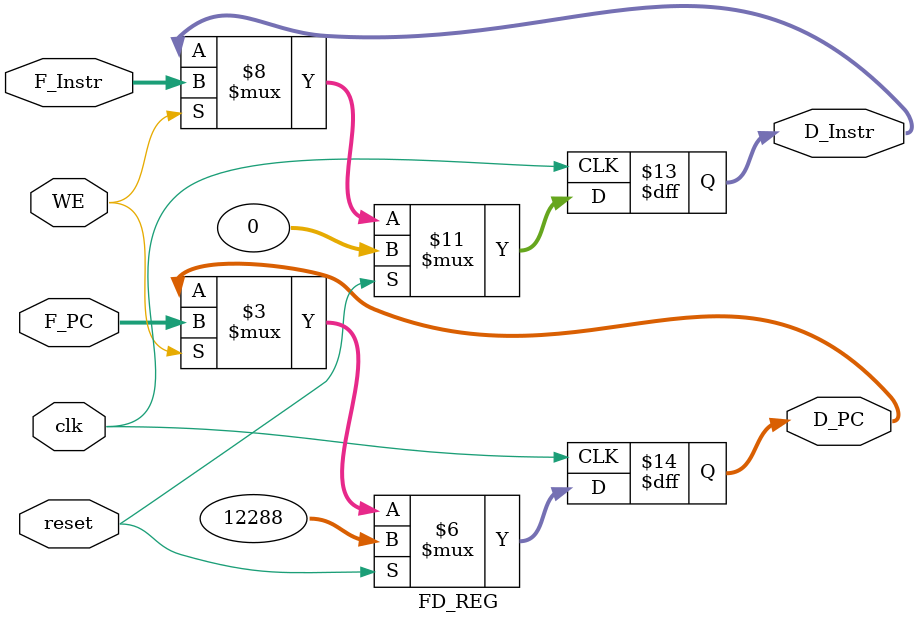
<source format=v>
`timescale 1ns / 1ps
module FD_REG(
    input wire[31:0] F_Instr,
    input wire[31:0] F_PC,
    output reg[31:0] D_Instr,
    output reg[31:0] D_PC,
    input wire clk,
    input wire reset,
    input wire WE
    );
	 
	 initial 
		 begin
			 D_Instr = 32'h0000_0000;
			 D_PC = 32'h0000_3000;
		 end
	 
    always @(posedge clk)
        begin
			  if(reset) 
				  begin
					  D_Instr <= 32'h0000_0000;
					  D_PC <= 32'h0000_3000;
				  end
			  else if(WE) 
				  begin
					  D_Instr <= F_Instr;
					  D_PC <= F_PC;
				  end					  
		  end		  

endmodule

</source>
